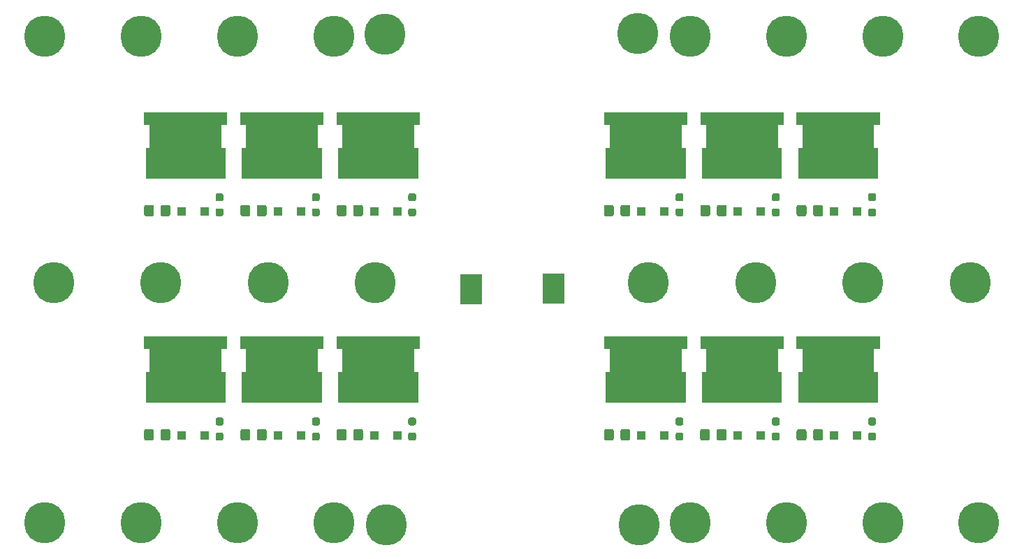
<source format=gbs>
G04 #@! TF.GenerationSoftware,KiCad,Pcbnew,5.1.9*
G04 #@! TF.CreationDate,2021-04-12T10:25:27-03:00*
G04 #@! TF.ProjectId,Switches,53776974-6368-4657-932e-6b696361645f,rev?*
G04 #@! TF.SameCoordinates,Original*
G04 #@! TF.FileFunction,Soldermask,Bot*
G04 #@! TF.FilePolarity,Negative*
%FSLAX46Y46*%
G04 Gerber Fmt 4.6, Leading zero omitted, Abs format (unit mm)*
G04 Created by KiCad (PCBNEW 5.1.9) date 2021-04-12 10:25:27*
%MOMM*%
%LPD*%
G01*
G04 APERTURE LIST*
%ADD10C,0.100000*%
%ADD11C,5.000000*%
%ADD12R,1.100000X1.100000*%
G04 APERTURE END LIST*
D10*
G36*
X165942500Y-100367000D02*
G01*
X168482500Y-100367000D01*
X168482500Y-103923000D01*
X165942500Y-103923000D01*
X165942500Y-100367000D01*
G37*
X165942500Y-100367000D02*
X168482500Y-100367000D01*
X168482500Y-103923000D01*
X165942500Y-103923000D01*
X165942500Y-100367000D01*
G36*
X158520000Y-103978000D02*
G01*
X155980000Y-103978000D01*
X155980000Y-100422000D01*
X158520000Y-100422000D01*
X158520000Y-103978000D01*
G37*
X158520000Y-103978000D02*
X155980000Y-103978000D01*
X155980000Y-100422000D01*
X158520000Y-100422000D01*
X158520000Y-103978000D01*
D11*
X106700000Y-101450000D03*
X119700000Y-101450000D03*
X145700000Y-101450000D03*
X132700000Y-101450000D03*
X178800000Y-101450000D03*
X191800000Y-101450000D03*
X217800000Y-101450000D03*
X204800000Y-101450000D03*
X146870000Y-71260000D03*
X177520000Y-71247920D03*
X105650000Y-71550000D03*
X117316666Y-71550000D03*
X128983332Y-71550000D03*
X140650000Y-71550000D03*
X218850000Y-71550000D03*
X207183332Y-71550000D03*
X183850000Y-71550000D03*
X195516666Y-71550000D03*
X177630000Y-130840000D03*
X146980000Y-130852080D03*
X218850000Y-130550000D03*
X207183334Y-130550000D03*
X195516668Y-130550000D03*
X183850000Y-130550000D03*
X105650000Y-130550000D03*
X117316668Y-130550000D03*
X140650000Y-130550000D03*
X128983334Y-130550000D03*
D10*
G36*
X206850000Y-108000000D02*
G01*
X206850000Y-109500000D01*
X206150000Y-109500000D01*
X206150000Y-112300000D01*
X206650000Y-112300000D01*
X206650000Y-116000000D01*
X196950000Y-116000000D01*
X196950000Y-112300000D01*
X197450000Y-112300000D01*
X197450000Y-109500000D01*
X196750000Y-109500000D01*
X196750000Y-108000000D01*
X206850000Y-108000000D01*
G37*
G36*
X195175000Y-108000000D02*
G01*
X195175000Y-109500000D01*
X194475000Y-109500000D01*
X194475000Y-112300000D01*
X194975000Y-112300000D01*
X194975000Y-116000000D01*
X185275000Y-116000000D01*
X185275000Y-112300000D01*
X185775000Y-112300000D01*
X185775000Y-109500000D01*
X185075000Y-109500000D01*
X185075000Y-108000000D01*
X195175000Y-108000000D01*
G37*
G36*
X183500000Y-108000000D02*
G01*
X183500000Y-109500000D01*
X182800000Y-109500000D01*
X182800000Y-112300000D01*
X183300000Y-112300000D01*
X183300000Y-116000000D01*
X173600000Y-116000000D01*
X173600000Y-112300000D01*
X174100000Y-112300000D01*
X174100000Y-109500000D01*
X173400000Y-109500000D01*
X173400000Y-108000000D01*
X183500000Y-108000000D01*
G37*
G36*
X151100000Y-108000000D02*
G01*
X151100000Y-109500000D01*
X150400000Y-109500000D01*
X150400000Y-112300000D01*
X150900000Y-112300000D01*
X150900000Y-116000000D01*
X141200000Y-116000000D01*
X141200000Y-112300000D01*
X141700000Y-112300000D01*
X141700000Y-109500000D01*
X141000000Y-109500000D01*
X141000000Y-108000000D01*
X151100000Y-108000000D01*
G37*
G36*
X139425000Y-108000000D02*
G01*
X139425000Y-109500000D01*
X138725000Y-109500000D01*
X138725000Y-112300000D01*
X139225000Y-112300000D01*
X139225000Y-116000000D01*
X129525000Y-116000000D01*
X129525000Y-112300000D01*
X130025000Y-112300000D01*
X130025000Y-109500000D01*
X129325000Y-109500000D01*
X129325000Y-108000000D01*
X139425000Y-108000000D01*
G37*
G36*
X127750000Y-108000000D02*
G01*
X127750000Y-109500000D01*
X127050000Y-109500000D01*
X127050000Y-112300000D01*
X127550000Y-112300000D01*
X127550000Y-116000000D01*
X117850000Y-116000000D01*
X117850000Y-112300000D01*
X118350000Y-112300000D01*
X118350000Y-109500000D01*
X117650000Y-109500000D01*
X117650000Y-108000000D01*
X127750000Y-108000000D01*
G37*
G36*
X206850000Y-80800000D02*
G01*
X206850000Y-82300000D01*
X206150000Y-82300000D01*
X206150000Y-85100000D01*
X206650000Y-85100000D01*
X206650000Y-88800000D01*
X196950000Y-88800000D01*
X196950000Y-85100000D01*
X197450000Y-85100000D01*
X197450000Y-82300000D01*
X196750000Y-82300000D01*
X196750000Y-80800000D01*
X206850000Y-80800000D01*
G37*
G36*
X195175000Y-80800000D02*
G01*
X195175000Y-82300000D01*
X194475000Y-82300000D01*
X194475000Y-85100000D01*
X194975000Y-85100000D01*
X194975000Y-88800000D01*
X185275000Y-88800000D01*
X185275000Y-85100000D01*
X185775000Y-85100000D01*
X185775000Y-82300000D01*
X185075000Y-82300000D01*
X185075000Y-80800000D01*
X195175000Y-80800000D01*
G37*
G36*
X183500000Y-80800000D02*
G01*
X183500000Y-82300000D01*
X182800000Y-82300000D01*
X182800000Y-85100000D01*
X183300000Y-85100000D01*
X183300000Y-88800000D01*
X173600000Y-88800000D01*
X173600000Y-85100000D01*
X174100000Y-85100000D01*
X174100000Y-82300000D01*
X173400000Y-82300000D01*
X173400000Y-80800000D01*
X183500000Y-80800000D01*
G37*
G36*
X151100000Y-80800000D02*
G01*
X151100000Y-82300000D01*
X150400000Y-82300000D01*
X150400000Y-85100000D01*
X150900000Y-85100000D01*
X150900000Y-88800000D01*
X141200000Y-88800000D01*
X141200000Y-85100000D01*
X141700000Y-85100000D01*
X141700000Y-82300000D01*
X141000000Y-82300000D01*
X141000000Y-80800000D01*
X151100000Y-80800000D01*
G37*
G36*
X139425000Y-80800000D02*
G01*
X139425000Y-82300000D01*
X138725000Y-82300000D01*
X138725000Y-85100000D01*
X139225000Y-85100000D01*
X139225000Y-88800000D01*
X129525000Y-88800000D01*
X129525000Y-85100000D01*
X130025000Y-85100000D01*
X130025000Y-82300000D01*
X129325000Y-82300000D01*
X129325000Y-80800000D01*
X139425000Y-80800000D01*
G37*
G36*
X127750000Y-80800000D02*
G01*
X127750000Y-82300000D01*
X127050000Y-82300000D01*
X127050000Y-85100000D01*
X127550000Y-85100000D01*
X127550000Y-88800000D01*
X117850000Y-88800000D01*
X117850000Y-85100000D01*
X118350000Y-85100000D01*
X118350000Y-82300000D01*
X117650000Y-82300000D01*
X117650000Y-80800000D01*
X127750000Y-80800000D01*
G37*
D12*
X204100000Y-120000000D03*
X201300000Y-120000000D03*
X192425000Y-120000000D03*
X189625000Y-120000000D03*
X180750000Y-120000000D03*
X177950000Y-120000000D03*
X204100000Y-92800000D03*
X201300000Y-92800000D03*
X192425000Y-92800000D03*
X189625000Y-92800000D03*
X180750000Y-92800000D03*
X177950000Y-92800000D03*
X148350000Y-120000000D03*
X145550000Y-120000000D03*
X136675000Y-120000000D03*
X133875000Y-120000000D03*
X125000000Y-120000000D03*
X122200000Y-120000000D03*
X148350000Y-92800000D03*
X145550000Y-92800000D03*
X136675000Y-92800000D03*
X133875000Y-92800000D03*
X125000000Y-92800000D03*
X122200000Y-92800000D03*
G36*
G01*
X206137500Y-118775000D02*
X205662500Y-118775000D01*
G75*
G02*
X205425000Y-118537500I0J237500D01*
G01*
X205425000Y-118037500D01*
G75*
G02*
X205662500Y-117800000I237500J0D01*
G01*
X206137500Y-117800000D01*
G75*
G02*
X206375000Y-118037500I0J-237500D01*
G01*
X206375000Y-118537500D01*
G75*
G02*
X206137500Y-118775000I-237500J0D01*
G01*
G37*
G36*
G01*
X206137500Y-120600000D02*
X205662500Y-120600000D01*
G75*
G02*
X205425000Y-120362500I0J237500D01*
G01*
X205425000Y-119862500D01*
G75*
G02*
X205662500Y-119625000I237500J0D01*
G01*
X206137500Y-119625000D01*
G75*
G02*
X206375000Y-119862500I0J-237500D01*
G01*
X206375000Y-120362500D01*
G75*
G02*
X206137500Y-120600000I-237500J0D01*
G01*
G37*
G36*
G01*
X194462500Y-118775000D02*
X193987500Y-118775000D01*
G75*
G02*
X193750000Y-118537500I0J237500D01*
G01*
X193750000Y-118037500D01*
G75*
G02*
X193987500Y-117800000I237500J0D01*
G01*
X194462500Y-117800000D01*
G75*
G02*
X194700000Y-118037500I0J-237500D01*
G01*
X194700000Y-118537500D01*
G75*
G02*
X194462500Y-118775000I-237500J0D01*
G01*
G37*
G36*
G01*
X194462500Y-120600000D02*
X193987500Y-120600000D01*
G75*
G02*
X193750000Y-120362500I0J237500D01*
G01*
X193750000Y-119862500D01*
G75*
G02*
X193987500Y-119625000I237500J0D01*
G01*
X194462500Y-119625000D01*
G75*
G02*
X194700000Y-119862500I0J-237500D01*
G01*
X194700000Y-120362500D01*
G75*
G02*
X194462500Y-120600000I-237500J0D01*
G01*
G37*
G36*
G01*
X182787500Y-118775000D02*
X182312500Y-118775000D01*
G75*
G02*
X182075000Y-118537500I0J237500D01*
G01*
X182075000Y-118037500D01*
G75*
G02*
X182312500Y-117800000I237500J0D01*
G01*
X182787500Y-117800000D01*
G75*
G02*
X183025000Y-118037500I0J-237500D01*
G01*
X183025000Y-118537500D01*
G75*
G02*
X182787500Y-118775000I-237500J0D01*
G01*
G37*
G36*
G01*
X182787500Y-120600000D02*
X182312500Y-120600000D01*
G75*
G02*
X182075000Y-120362500I0J237500D01*
G01*
X182075000Y-119862500D01*
G75*
G02*
X182312500Y-119625000I237500J0D01*
G01*
X182787500Y-119625000D01*
G75*
G02*
X183025000Y-119862500I0J-237500D01*
G01*
X183025000Y-120362500D01*
G75*
G02*
X182787500Y-120600000I-237500J0D01*
G01*
G37*
G36*
G01*
X206137500Y-91575000D02*
X205662500Y-91575000D01*
G75*
G02*
X205425000Y-91337500I0J237500D01*
G01*
X205425000Y-90837500D01*
G75*
G02*
X205662500Y-90600000I237500J0D01*
G01*
X206137500Y-90600000D01*
G75*
G02*
X206375000Y-90837500I0J-237500D01*
G01*
X206375000Y-91337500D01*
G75*
G02*
X206137500Y-91575000I-237500J0D01*
G01*
G37*
G36*
G01*
X206137500Y-93400000D02*
X205662500Y-93400000D01*
G75*
G02*
X205425000Y-93162500I0J237500D01*
G01*
X205425000Y-92662500D01*
G75*
G02*
X205662500Y-92425000I237500J0D01*
G01*
X206137500Y-92425000D01*
G75*
G02*
X206375000Y-92662500I0J-237500D01*
G01*
X206375000Y-93162500D01*
G75*
G02*
X206137500Y-93400000I-237500J0D01*
G01*
G37*
G36*
G01*
X194462500Y-91575000D02*
X193987500Y-91575000D01*
G75*
G02*
X193750000Y-91337500I0J237500D01*
G01*
X193750000Y-90837500D01*
G75*
G02*
X193987500Y-90600000I237500J0D01*
G01*
X194462500Y-90600000D01*
G75*
G02*
X194700000Y-90837500I0J-237500D01*
G01*
X194700000Y-91337500D01*
G75*
G02*
X194462500Y-91575000I-237500J0D01*
G01*
G37*
G36*
G01*
X194462500Y-93400000D02*
X193987500Y-93400000D01*
G75*
G02*
X193750000Y-93162500I0J237500D01*
G01*
X193750000Y-92662500D01*
G75*
G02*
X193987500Y-92425000I237500J0D01*
G01*
X194462500Y-92425000D01*
G75*
G02*
X194700000Y-92662500I0J-237500D01*
G01*
X194700000Y-93162500D01*
G75*
G02*
X194462500Y-93400000I-237500J0D01*
G01*
G37*
G36*
G01*
X182787500Y-91575000D02*
X182312500Y-91575000D01*
G75*
G02*
X182075000Y-91337500I0J237500D01*
G01*
X182075000Y-90837500D01*
G75*
G02*
X182312500Y-90600000I237500J0D01*
G01*
X182787500Y-90600000D01*
G75*
G02*
X183025000Y-90837500I0J-237500D01*
G01*
X183025000Y-91337500D01*
G75*
G02*
X182787500Y-91575000I-237500J0D01*
G01*
G37*
G36*
G01*
X182787500Y-93400000D02*
X182312500Y-93400000D01*
G75*
G02*
X182075000Y-93162500I0J237500D01*
G01*
X182075000Y-92662500D01*
G75*
G02*
X182312500Y-92425000I237500J0D01*
G01*
X182787500Y-92425000D01*
G75*
G02*
X183025000Y-92662500I0J-237500D01*
G01*
X183025000Y-93162500D01*
G75*
G02*
X182787500Y-93400000I-237500J0D01*
G01*
G37*
G36*
G01*
X150387500Y-118775000D02*
X149912500Y-118775000D01*
G75*
G02*
X149675000Y-118537500I0J237500D01*
G01*
X149675000Y-118037500D01*
G75*
G02*
X149912500Y-117800000I237500J0D01*
G01*
X150387500Y-117800000D01*
G75*
G02*
X150625000Y-118037500I0J-237500D01*
G01*
X150625000Y-118537500D01*
G75*
G02*
X150387500Y-118775000I-237500J0D01*
G01*
G37*
G36*
G01*
X150387500Y-120600000D02*
X149912500Y-120600000D01*
G75*
G02*
X149675000Y-120362500I0J237500D01*
G01*
X149675000Y-119862500D01*
G75*
G02*
X149912500Y-119625000I237500J0D01*
G01*
X150387500Y-119625000D01*
G75*
G02*
X150625000Y-119862500I0J-237500D01*
G01*
X150625000Y-120362500D01*
G75*
G02*
X150387500Y-120600000I-237500J0D01*
G01*
G37*
G36*
G01*
X138712500Y-118775000D02*
X138237500Y-118775000D01*
G75*
G02*
X138000000Y-118537500I0J237500D01*
G01*
X138000000Y-118037500D01*
G75*
G02*
X138237500Y-117800000I237500J0D01*
G01*
X138712500Y-117800000D01*
G75*
G02*
X138950000Y-118037500I0J-237500D01*
G01*
X138950000Y-118537500D01*
G75*
G02*
X138712500Y-118775000I-237500J0D01*
G01*
G37*
G36*
G01*
X138712500Y-120600000D02*
X138237500Y-120600000D01*
G75*
G02*
X138000000Y-120362500I0J237500D01*
G01*
X138000000Y-119862500D01*
G75*
G02*
X138237500Y-119625000I237500J0D01*
G01*
X138712500Y-119625000D01*
G75*
G02*
X138950000Y-119862500I0J-237500D01*
G01*
X138950000Y-120362500D01*
G75*
G02*
X138712500Y-120600000I-237500J0D01*
G01*
G37*
G36*
G01*
X127037500Y-118775000D02*
X126562500Y-118775000D01*
G75*
G02*
X126325000Y-118537500I0J237500D01*
G01*
X126325000Y-118037500D01*
G75*
G02*
X126562500Y-117800000I237500J0D01*
G01*
X127037500Y-117800000D01*
G75*
G02*
X127275000Y-118037500I0J-237500D01*
G01*
X127275000Y-118537500D01*
G75*
G02*
X127037500Y-118775000I-237500J0D01*
G01*
G37*
G36*
G01*
X127037500Y-120600000D02*
X126562500Y-120600000D01*
G75*
G02*
X126325000Y-120362500I0J237500D01*
G01*
X126325000Y-119862500D01*
G75*
G02*
X126562500Y-119625000I237500J0D01*
G01*
X127037500Y-119625000D01*
G75*
G02*
X127275000Y-119862500I0J-237500D01*
G01*
X127275000Y-120362500D01*
G75*
G02*
X127037500Y-120600000I-237500J0D01*
G01*
G37*
G36*
G01*
X150387500Y-91575000D02*
X149912500Y-91575000D01*
G75*
G02*
X149675000Y-91337500I0J237500D01*
G01*
X149675000Y-90837500D01*
G75*
G02*
X149912500Y-90600000I237500J0D01*
G01*
X150387500Y-90600000D01*
G75*
G02*
X150625000Y-90837500I0J-237500D01*
G01*
X150625000Y-91337500D01*
G75*
G02*
X150387500Y-91575000I-237500J0D01*
G01*
G37*
G36*
G01*
X150387500Y-93400000D02*
X149912500Y-93400000D01*
G75*
G02*
X149675000Y-93162500I0J237500D01*
G01*
X149675000Y-92662500D01*
G75*
G02*
X149912500Y-92425000I237500J0D01*
G01*
X150387500Y-92425000D01*
G75*
G02*
X150625000Y-92662500I0J-237500D01*
G01*
X150625000Y-93162500D01*
G75*
G02*
X150387500Y-93400000I-237500J0D01*
G01*
G37*
G36*
G01*
X138712500Y-91575000D02*
X138237500Y-91575000D01*
G75*
G02*
X138000000Y-91337500I0J237500D01*
G01*
X138000000Y-90837500D01*
G75*
G02*
X138237500Y-90600000I237500J0D01*
G01*
X138712500Y-90600000D01*
G75*
G02*
X138950000Y-90837500I0J-237500D01*
G01*
X138950000Y-91337500D01*
G75*
G02*
X138712500Y-91575000I-237500J0D01*
G01*
G37*
G36*
G01*
X138712500Y-93400000D02*
X138237500Y-93400000D01*
G75*
G02*
X138000000Y-93162500I0J237500D01*
G01*
X138000000Y-92662500D01*
G75*
G02*
X138237500Y-92425000I237500J0D01*
G01*
X138712500Y-92425000D01*
G75*
G02*
X138950000Y-92662500I0J-237500D01*
G01*
X138950000Y-93162500D01*
G75*
G02*
X138712500Y-93400000I-237500J0D01*
G01*
G37*
G36*
G01*
X127037500Y-91575000D02*
X126562500Y-91575000D01*
G75*
G02*
X126325000Y-91337500I0J237500D01*
G01*
X126325000Y-90837500D01*
G75*
G02*
X126562500Y-90600000I237500J0D01*
G01*
X127037500Y-90600000D01*
G75*
G02*
X127275000Y-90837500I0J-237500D01*
G01*
X127275000Y-91337500D01*
G75*
G02*
X127037500Y-91575000I-237500J0D01*
G01*
G37*
G36*
G01*
X127037500Y-93400000D02*
X126562500Y-93400000D01*
G75*
G02*
X126325000Y-93162500I0J237500D01*
G01*
X126325000Y-92662500D01*
G75*
G02*
X126562500Y-92425000I237500J0D01*
G01*
X127037500Y-92425000D01*
G75*
G02*
X127275000Y-92662500I0J-237500D01*
G01*
X127275000Y-93162500D01*
G75*
G02*
X127037500Y-93400000I-237500J0D01*
G01*
G37*
G36*
G01*
X175400000Y-120350001D02*
X175400000Y-119449999D01*
G75*
G02*
X175649999Y-119200000I249999J0D01*
G01*
X176350001Y-119200000D01*
G75*
G02*
X176600000Y-119449999I0J-249999D01*
G01*
X176600000Y-120350001D01*
G75*
G02*
X176350001Y-120600000I-249999J0D01*
G01*
X175649999Y-120600000D01*
G75*
G02*
X175400000Y-120350001I0J249999D01*
G01*
G37*
G36*
G01*
X173400000Y-120350001D02*
X173400000Y-119449999D01*
G75*
G02*
X173649999Y-119200000I249999J0D01*
G01*
X174350001Y-119200000D01*
G75*
G02*
X174600000Y-119449999I0J-249999D01*
G01*
X174600000Y-120350001D01*
G75*
G02*
X174350001Y-120600000I-249999J0D01*
G01*
X173649999Y-120600000D01*
G75*
G02*
X173400000Y-120350001I0J249999D01*
G01*
G37*
G36*
G01*
X198750000Y-93150001D02*
X198750000Y-92249999D01*
G75*
G02*
X198999999Y-92000000I249999J0D01*
G01*
X199700001Y-92000000D01*
G75*
G02*
X199950000Y-92249999I0J-249999D01*
G01*
X199950000Y-93150001D01*
G75*
G02*
X199700001Y-93400000I-249999J0D01*
G01*
X198999999Y-93400000D01*
G75*
G02*
X198750000Y-93150001I0J249999D01*
G01*
G37*
G36*
G01*
X196750000Y-93150001D02*
X196750000Y-92249999D01*
G75*
G02*
X196999999Y-92000000I249999J0D01*
G01*
X197700001Y-92000000D01*
G75*
G02*
X197950000Y-92249999I0J-249999D01*
G01*
X197950000Y-93150001D01*
G75*
G02*
X197700001Y-93400000I-249999J0D01*
G01*
X196999999Y-93400000D01*
G75*
G02*
X196750000Y-93150001I0J249999D01*
G01*
G37*
G36*
G01*
X187050000Y-120350001D02*
X187050000Y-119449999D01*
G75*
G02*
X187299999Y-119200000I249999J0D01*
G01*
X188000001Y-119200000D01*
G75*
G02*
X188250000Y-119449999I0J-249999D01*
G01*
X188250000Y-120350001D01*
G75*
G02*
X188000001Y-120600000I-249999J0D01*
G01*
X187299999Y-120600000D01*
G75*
G02*
X187050000Y-120350001I0J249999D01*
G01*
G37*
G36*
G01*
X185050000Y-120350001D02*
X185050000Y-119449999D01*
G75*
G02*
X185299999Y-119200000I249999J0D01*
G01*
X186000001Y-119200000D01*
G75*
G02*
X186250000Y-119449999I0J-249999D01*
G01*
X186250000Y-120350001D01*
G75*
G02*
X186000001Y-120600000I-249999J0D01*
G01*
X185299999Y-120600000D01*
G75*
G02*
X185050000Y-120350001I0J249999D01*
G01*
G37*
G36*
G01*
X198750000Y-120350001D02*
X198750000Y-119449999D01*
G75*
G02*
X198999999Y-119200000I249999J0D01*
G01*
X199700001Y-119200000D01*
G75*
G02*
X199950000Y-119449999I0J-249999D01*
G01*
X199950000Y-120350001D01*
G75*
G02*
X199700001Y-120600000I-249999J0D01*
G01*
X198999999Y-120600000D01*
G75*
G02*
X198750000Y-120350001I0J249999D01*
G01*
G37*
G36*
G01*
X196750000Y-120350001D02*
X196750000Y-119449999D01*
G75*
G02*
X196999999Y-119200000I249999J0D01*
G01*
X197700001Y-119200000D01*
G75*
G02*
X197950000Y-119449999I0J-249999D01*
G01*
X197950000Y-120350001D01*
G75*
G02*
X197700001Y-120600000I-249999J0D01*
G01*
X196999999Y-120600000D01*
G75*
G02*
X196750000Y-120350001I0J249999D01*
G01*
G37*
G36*
G01*
X119650000Y-93150001D02*
X119650000Y-92249999D01*
G75*
G02*
X119899999Y-92000000I249999J0D01*
G01*
X120600001Y-92000000D01*
G75*
G02*
X120850000Y-92249999I0J-249999D01*
G01*
X120850000Y-93150001D01*
G75*
G02*
X120600001Y-93400000I-249999J0D01*
G01*
X119899999Y-93400000D01*
G75*
G02*
X119650000Y-93150001I0J249999D01*
G01*
G37*
G36*
G01*
X117650000Y-93150001D02*
X117650000Y-92249999D01*
G75*
G02*
X117899999Y-92000000I249999J0D01*
G01*
X118600001Y-92000000D01*
G75*
G02*
X118850000Y-92249999I0J-249999D01*
G01*
X118850000Y-93150001D01*
G75*
G02*
X118600001Y-93400000I-249999J0D01*
G01*
X117899999Y-93400000D01*
G75*
G02*
X117650000Y-93150001I0J249999D01*
G01*
G37*
G36*
G01*
X131325000Y-120350001D02*
X131325000Y-119449999D01*
G75*
G02*
X131574999Y-119200000I249999J0D01*
G01*
X132275001Y-119200000D01*
G75*
G02*
X132525000Y-119449999I0J-249999D01*
G01*
X132525000Y-120350001D01*
G75*
G02*
X132275001Y-120600000I-249999J0D01*
G01*
X131574999Y-120600000D01*
G75*
G02*
X131325000Y-120350001I0J249999D01*
G01*
G37*
G36*
G01*
X129325000Y-120350001D02*
X129325000Y-119449999D01*
G75*
G02*
X129574999Y-119200000I249999J0D01*
G01*
X130275001Y-119200000D01*
G75*
G02*
X130525000Y-119449999I0J-249999D01*
G01*
X130525000Y-120350001D01*
G75*
G02*
X130275001Y-120600000I-249999J0D01*
G01*
X129574999Y-120600000D01*
G75*
G02*
X129325000Y-120350001I0J249999D01*
G01*
G37*
G36*
G01*
X131325000Y-93150001D02*
X131325000Y-92249999D01*
G75*
G02*
X131574999Y-92000000I249999J0D01*
G01*
X132275001Y-92000000D01*
G75*
G02*
X132525000Y-92249999I0J-249999D01*
G01*
X132525000Y-93150001D01*
G75*
G02*
X132275001Y-93400000I-249999J0D01*
G01*
X131574999Y-93400000D01*
G75*
G02*
X131325000Y-93150001I0J249999D01*
G01*
G37*
G36*
G01*
X129325000Y-93150001D02*
X129325000Y-92249999D01*
G75*
G02*
X129574999Y-92000000I249999J0D01*
G01*
X130275001Y-92000000D01*
G75*
G02*
X130525000Y-92249999I0J-249999D01*
G01*
X130525000Y-93150001D01*
G75*
G02*
X130275001Y-93400000I-249999J0D01*
G01*
X129574999Y-93400000D01*
G75*
G02*
X129325000Y-93150001I0J249999D01*
G01*
G37*
G36*
G01*
X143000000Y-93150001D02*
X143000000Y-92249999D01*
G75*
G02*
X143249999Y-92000000I249999J0D01*
G01*
X143950001Y-92000000D01*
G75*
G02*
X144200000Y-92249999I0J-249999D01*
G01*
X144200000Y-93150001D01*
G75*
G02*
X143950001Y-93400000I-249999J0D01*
G01*
X143249999Y-93400000D01*
G75*
G02*
X143000000Y-93150001I0J249999D01*
G01*
G37*
G36*
G01*
X141000000Y-93150001D02*
X141000000Y-92249999D01*
G75*
G02*
X141249999Y-92000000I249999J0D01*
G01*
X141950001Y-92000000D01*
G75*
G02*
X142200000Y-92249999I0J-249999D01*
G01*
X142200000Y-93150001D01*
G75*
G02*
X141950001Y-93400000I-249999J0D01*
G01*
X141249999Y-93400000D01*
G75*
G02*
X141000000Y-93150001I0J249999D01*
G01*
G37*
G36*
G01*
X187075000Y-93150001D02*
X187075000Y-92249999D01*
G75*
G02*
X187324999Y-92000000I249999J0D01*
G01*
X188025001Y-92000000D01*
G75*
G02*
X188275000Y-92249999I0J-249999D01*
G01*
X188275000Y-93150001D01*
G75*
G02*
X188025001Y-93400000I-249999J0D01*
G01*
X187324999Y-93400000D01*
G75*
G02*
X187075000Y-93150001I0J249999D01*
G01*
G37*
G36*
G01*
X185075000Y-93150001D02*
X185075000Y-92249999D01*
G75*
G02*
X185324999Y-92000000I249999J0D01*
G01*
X186025001Y-92000000D01*
G75*
G02*
X186275000Y-92249999I0J-249999D01*
G01*
X186275000Y-93150001D01*
G75*
G02*
X186025001Y-93400000I-249999J0D01*
G01*
X185324999Y-93400000D01*
G75*
G02*
X185075000Y-93150001I0J249999D01*
G01*
G37*
G36*
G01*
X143000000Y-120350001D02*
X143000000Y-119449999D01*
G75*
G02*
X143249999Y-119200000I249999J0D01*
G01*
X143950001Y-119200000D01*
G75*
G02*
X144200000Y-119449999I0J-249999D01*
G01*
X144200000Y-120350001D01*
G75*
G02*
X143950001Y-120600000I-249999J0D01*
G01*
X143249999Y-120600000D01*
G75*
G02*
X143000000Y-120350001I0J249999D01*
G01*
G37*
G36*
G01*
X141000000Y-120350001D02*
X141000000Y-119449999D01*
G75*
G02*
X141249999Y-119200000I249999J0D01*
G01*
X141950001Y-119200000D01*
G75*
G02*
X142200000Y-119449999I0J-249999D01*
G01*
X142200000Y-120350001D01*
G75*
G02*
X141950001Y-120600000I-249999J0D01*
G01*
X141249999Y-120600000D01*
G75*
G02*
X141000000Y-120350001I0J249999D01*
G01*
G37*
G36*
G01*
X119650000Y-120350001D02*
X119650000Y-119449999D01*
G75*
G02*
X119899999Y-119200000I249999J0D01*
G01*
X120600001Y-119200000D01*
G75*
G02*
X120850000Y-119449999I0J-249999D01*
G01*
X120850000Y-120350001D01*
G75*
G02*
X120600001Y-120600000I-249999J0D01*
G01*
X119899999Y-120600000D01*
G75*
G02*
X119650000Y-120350001I0J249999D01*
G01*
G37*
G36*
G01*
X117650000Y-120350001D02*
X117650000Y-119449999D01*
G75*
G02*
X117899999Y-119200000I249999J0D01*
G01*
X118600001Y-119200000D01*
G75*
G02*
X118850000Y-119449999I0J-249999D01*
G01*
X118850000Y-120350001D01*
G75*
G02*
X118600001Y-120600000I-249999J0D01*
G01*
X117899999Y-120600000D01*
G75*
G02*
X117650000Y-120350001I0J249999D01*
G01*
G37*
G36*
G01*
X175400000Y-93150001D02*
X175400000Y-92249999D01*
G75*
G02*
X175649999Y-92000000I249999J0D01*
G01*
X176350001Y-92000000D01*
G75*
G02*
X176600000Y-92249999I0J-249999D01*
G01*
X176600000Y-93150001D01*
G75*
G02*
X176350001Y-93400000I-249999J0D01*
G01*
X175649999Y-93400000D01*
G75*
G02*
X175400000Y-93150001I0J249999D01*
G01*
G37*
G36*
G01*
X173400000Y-93150001D02*
X173400000Y-92249999D01*
G75*
G02*
X173649999Y-92000000I249999J0D01*
G01*
X174350001Y-92000000D01*
G75*
G02*
X174600000Y-92249999I0J-249999D01*
G01*
X174600000Y-93150001D01*
G75*
G02*
X174350001Y-93400000I-249999J0D01*
G01*
X173649999Y-93400000D01*
G75*
G02*
X173400000Y-93150001I0J249999D01*
G01*
G37*
M02*

</source>
